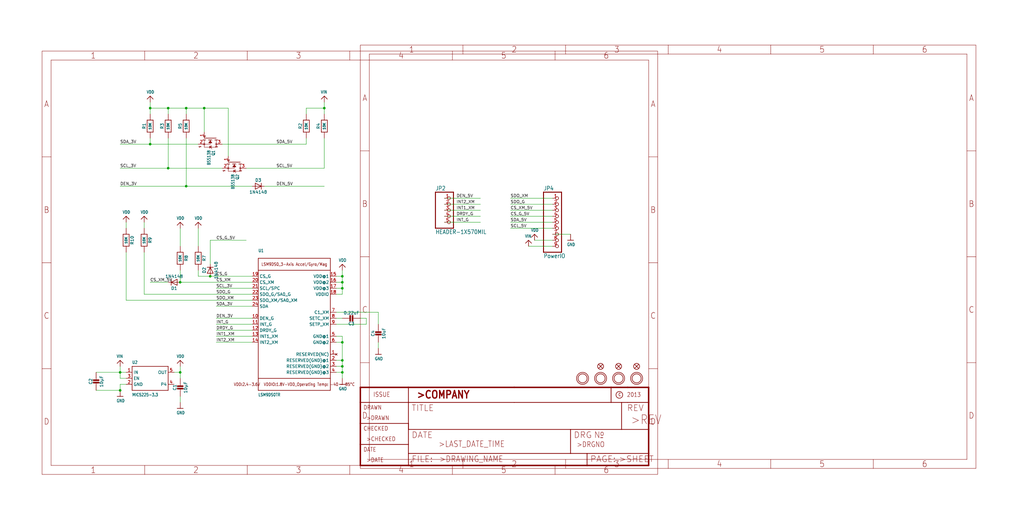
<source format=kicad_sch>
(kicad_sch (version 20211123) (generator eeschema)
  (paper "User" 433.07 220.421)
  (lib_symbols
    (symbol "schematicEagle-eagle-import:CAP_CERAMIC0805-NOOUTLINE"
      (property "Reference" "C" (at -2.29 1.25 90))
      (property "Value" "CAP_CERAMIC0805-NOOUTLINE" (at 2.3 1.25 90))
      (symbol "CAP_CERAMIC0805-NOOUTLINE_1_0"
        (rectangle (start -1.27 0.508) (end 1.27 1.016) (fill (type outline)))
        (rectangle (start -1.27 1.524) (end 1.27 2.032) (fill (type outline)))
        (polyline (pts (xy 0 0.762) (xy 0 0)) (stroke (width 0.1524)))
        (polyline (pts (xy 0 2.54) (xy 0 1.778)) (stroke (width 0.1524)))
        (pin passive line (at 0 5.08 270) (length 2.54) (name "1") (number "1"))
        (pin passive line (at 0 -2.54 90) (length 2.54) (name "2") (number "2"))
      )
    )
    (symbol "schematicEagle-eagle-import:DIODESOD-323"
      (property "Reference" "D" (at 0 2.54 0))
      (property "Value" "DIODESOD-323" (at 0 -2.5 0))
      (symbol "DIODESOD-323_1_0"
        (polyline (pts (xy -1.27 -1.27) (xy 1.27 0)) (stroke (width 0.254)))
        (polyline (pts (xy -1.27 1.27) (xy -1.27 -1.27)) (stroke (width 0.254)))
        (polyline (pts (xy 1.27 0) (xy -1.27 1.27)) (stroke (width 0.254)))
        (polyline (pts (xy 1.27 0) (xy 1.27 -1.27)) (stroke (width 0.254)))
        (polyline (pts (xy 1.27 1.27) (xy 1.27 0)) (stroke (width 0.254)))
        (pin passive line (at -2.54 0 0) (length 2.54) (name "A") (number "A"))
        (pin passive line (at 2.54 0 180) (length 2.54) (name "C") (number "C"))
      )
    )
    (symbol "schematicEagle-eagle-import:FIDUCIAL{dblquote}{dblquote}"
      (symbol "FIDUCIAL{dblquote}{dblquote}_1_0"
        (polyline (pts (xy -0.762 0.762) (xy 0.762 -0.762)) (stroke (width 0.254)))
        (polyline (pts (xy 0.762 0.762) (xy -0.762 -0.762)) (stroke (width 0.254)))
        (circle (center 0 0) (radius 1.27) (stroke (width 0.254)))
      )
    )
    (symbol "schematicEagle-eagle-import:FRAME_A4"
      (symbol "FRAME_A4_0_0"
        (polyline (pts (xy 0 44.7675) (xy 3.81 44.7675)))
        (polyline (pts (xy 0 89.535) (xy 3.81 89.535)))
        (polyline (pts (xy 0 134.3025) (xy 3.81 134.3025)))
        (polyline (pts (xy 3.81 3.81) (xy 3.81 175.26)))
        (polyline (pts (xy 43.3917 0) (xy 43.3917 3.81)))
        (polyline (pts (xy 43.3917 175.26) (xy 43.3917 179.07)))
        (polyline (pts (xy 86.7833 0) (xy 86.7833 3.81)))
        (polyline (pts (xy 86.7833 175.26) (xy 86.7833 179.07)))
        (polyline (pts (xy 130.175 0) (xy 130.175 3.81)))
        (polyline (pts (xy 130.175 175.26) (xy 130.175 179.07)))
        (polyline (pts (xy 173.5667 0) (xy 173.5667 3.81)))
        (polyline (pts (xy 173.5667 175.26) (xy 173.5667 179.07)))
        (polyline (pts (xy 216.9583 0) (xy 216.9583 3.81)))
        (polyline (pts (xy 216.9583 175.26) (xy 216.9583 179.07)))
        (polyline (pts (xy 256.54 3.81) (xy 3.81 3.81)))
        (polyline (pts (xy 256.54 3.81) (xy 256.54 175.26)))
        (polyline (pts (xy 256.54 44.7675) (xy 260.35 44.7675)))
        (polyline (pts (xy 256.54 89.535) (xy 260.35 89.535)))
        (polyline (pts (xy 256.54 134.3025) (xy 260.35 134.3025)))
        (polyline (pts (xy 256.54 175.26) (xy 3.81 175.26)))
        (polyline (pts (xy 0 0) (xy 260.35 0) (xy 260.35 179.07) (xy 0 179.07) (xy 0 0)))
        (text "1" (at 21.6958 1.905 0) (effects (font (size 2.54 2.286))))
        (text "1" (at 21.6958 177.165 0) (effects (font (size 2.54 2.286))))
        (text "2" (at 65.0875 1.905 0) (effects (font (size 2.54 2.286))))
        (text "2" (at 65.0875 177.165 0) (effects (font (size 2.54 2.286))))
        (text "3" (at 108.4792 1.905 0) (effects (font (size 2.54 2.286))))
        (text "3" (at 108.4792 177.165 0) (effects (font (size 2.54 2.286))))
        (text "4" (at 151.8708 1.905 0) (effects (font (size 2.54 2.286))))
        (text "4" (at 151.8708 177.165 0) (effects (font (size 2.54 2.286))))
        (text "5" (at 195.2625 1.905 0) (effects (font (size 2.54 2.286))))
        (text "5" (at 195.2625 177.165 0) (effects (font (size 2.54 2.286))))
        (text "6" (at 238.6542 1.905 0) (effects (font (size 2.54 2.286))))
        (text "6" (at 238.6542 177.165 0) (effects (font (size 2.54 2.286))))
        (text "A" (at 1.905 156.6863 0) (effects (font (size 2.54 2.286))))
        (text "A" (at 258.445 156.6863 0) (effects (font (size 2.54 2.286))))
        (text "B" (at 1.905 111.9188 0) (effects (font (size 2.54 2.286))))
        (text "B" (at 258.445 111.9188 0) (effects (font (size 2.54 2.286))))
        (text "C" (at 1.905 67.1513 0) (effects (font (size 2.54 2.286))))
        (text "C" (at 258.445 67.1513 0) (effects (font (size 2.54 2.286))))
        (text "D" (at 1.905 22.3838 0) (effects (font (size 2.54 2.286))))
        (text "D" (at 258.445 22.3838 0) (effects (font (size 2.54 2.286))))
      )
      (symbol "FRAME_A4_1_0"
        (polyline (pts (xy 256.54 3.81) (xy 256.54 8.89)) (stroke (width 0.1016)))
        (polyline (pts (xy 256.54 8.89) (xy 256.54 13.97)) (stroke (width 0.1016)))
        (polyline (pts (xy 256.54 13.97) (xy 256.54 19.05)) (stroke (width 0.1016)))
        (polyline (pts (xy 256.54 19.05) (xy 256.54 36.83)) (stroke (width 0.1016)))
      )
      (symbol "FRAME_A4_2_0"
        (polyline (pts (xy 1.27 -6.35) (xy 1.27 0)) (stroke (width 0.1016)))
        (polyline (pts (xy 1.27 0) (xy 82.55 0)) (stroke (width 0.1016)))
        (polyline (pts (xy 82.55 -6.35) (xy 1.27 -6.35)) (stroke (width 0.1016)))
        (polyline (pts (xy 82.55 0) (xy 82.55 -6.35)) (stroke (width 0.1016)))
        (text "PART OR WHOLE IS STRICTLY PROHIBITED WITHOUT WRITTEN PERMISSION!" (at 3.81 -5.08 0) (effects (font (size 1.27 1.0795)) (justify left bottom)))
        (text "PROPRIETARY" (at 3.81 -10.16 0) (effects (font (size 2.54 2.159) (thickness 0.4318) bold) (justify left bottom)))
        (text "THIS DRAWING CONTAINS CONFIDENTIAL INFORMATION. ANY REPRODUCTION IN" (at 3.81 -2.794 0) (effects (font (size 1.27 1.0795)) (justify left bottom)))
      )
      (symbol "FRAME_A4_3_0"
        (polyline (pts (xy 0 1.27) (xy 20.32 1.27)) (stroke (width 0.6096)))
        (polyline (pts (xy 0 10.16) (xy 0 1.27)) (stroke (width 0.6096)))
        (polyline (pts (xy 0 10.16) (xy 20.32 10.16)) (stroke (width 0.3048)))
        (polyline (pts (xy 0 19.05) (xy 0 10.16)) (stroke (width 0.6096)))
        (polyline (pts (xy 0 19.05) (xy 20.32 19.05)) (stroke (width 0.3048)))
        (polyline (pts (xy 0 27.94) (xy 0 19.05)) (stroke (width 0.6096)))
        (polyline (pts (xy 0 27.94) (xy 20.32 27.94)) (stroke (width 0.3048)))
        (polyline (pts (xy 0 34.29) (xy 0 27.94)) (stroke (width 0.6096)))
        (polyline (pts (xy 20.32 1.27) (xy 20.32 6.35)) (stroke (width 0.3048)))
        (polyline (pts (xy 20.32 1.27) (xy 95.885 1.27)) (stroke (width 0.6096)))
        (polyline (pts (xy 20.32 6.35) (xy 20.32 10.16)) (stroke (width 0.3048)))
        (polyline (pts (xy 20.32 6.35) (xy 88.9 6.35)) (stroke (width 0.3048)))
        (polyline (pts (xy 20.32 10.16) (xy 20.32 19.05)) (stroke (width 0.3048)))
        (polyline (pts (xy 20.32 16.51) (xy 20.32 19.05)) (stroke (width 0.3048)))
        (polyline (pts (xy 20.32 19.05) (xy 20.32 27.94)) (stroke (width 0.3048)))
        (polyline (pts (xy 20.32 27.94) (xy 20.32 34.29)) (stroke (width 0.3048)))
        (polyline (pts (xy 20.32 27.94) (xy 65.0875 27.94)) (stroke (width 0.3048)))
        (polyline (pts (xy 20.32 34.29) (xy 0 34.29)) (stroke (width 0.6096)))
        (polyline (pts (xy 65.0875 27.94) (xy 106.045 27.94)) (stroke (width 0.3048)))
        (polyline (pts (xy 65.0875 34.29) (xy 20.32 34.29)) (stroke (width 0.6096)))
        (polyline (pts (xy 88.9 6.35) (xy 95.885 6.35)) (stroke (width 0.3048)))
        (polyline (pts (xy 88.9 16.51) (xy 20.32 16.51)) (stroke (width 0.3048)))
        (polyline (pts (xy 88.9 16.51) (xy 88.9 6.35)) (stroke (width 0.3048)))
        (polyline (pts (xy 95.885 1.27) (xy 121.92 1.27)) (stroke (width 0.6096)))
        (polyline (pts (xy 95.885 6.35) (xy 95.885 1.27)) (stroke (width 0.3048)))
        (polyline (pts (xy 95.885 6.35) (xy 121.92 6.35)) (stroke (width 0.3048)))
        (polyline (pts (xy 101.6 13.0175) (xy 102.5525 13.0175)) (stroke (width 0.254)))
        (polyline (pts (xy 106.045 27.94) (xy 106.045 34.29)) (stroke (width 0.3048)))
        (polyline (pts (xy 106.045 27.94) (xy 110.49 27.94)) (stroke (width 0.3048)))
        (polyline (pts (xy 106.045 34.29) (xy 65.0875 34.29)) (stroke (width 0.6096)))
        (polyline (pts (xy 110.49 16.51) (xy 88.9 16.51)) (stroke (width 0.3048)))
        (polyline (pts (xy 110.49 27.94) (xy 110.49 16.51)) (stroke (width 0.3048)))
        (polyline (pts (xy 110.49 27.94) (xy 113.03 27.94)) (stroke (width 0.3048)))
        (polyline (pts (xy 113.03 27.94) (xy 121.92 27.94)) (stroke (width 0.3048)))
        (polyline (pts (xy 113.03 34.29) (xy 106.045 34.29)) (stroke (width 0.6096)))
        (polyline (pts (xy 121.92 6.35) (xy 121.92 1.27)) (stroke (width 0.6096)))
        (polyline (pts (xy 121.92 16.51) (xy 110.49 16.51)) (stroke (width 0.3048)))
        (polyline (pts (xy 121.92 16.51) (xy 121.92 6.35)) (stroke (width 0.6096)))
        (polyline (pts (xy 121.92 27.94) (xy 121.92 16.51)) (stroke (width 0.6096)))
        (polyline (pts (xy 121.92 34.29) (xy 113.03 34.29)) (stroke (width 0.6096)))
        (polyline (pts (xy 121.92 34.29) (xy 121.92 27.94)) (stroke (width 0.6096)))
        (circle (center 109.5375 31.115) (radius 1.4199) (stroke (width 0.254)))
        (text "2013" (at 112.7125 30.1625 0) (effects (font (size 1.778 1.5113)) (justify left bottom)))
        (text ">CHECKED" (at 2.54 11.43 0) (effects (font (size 1.778 1.5113)) (justify left bottom)))
        (text ">COMPANY" (at 23.6538 29.3687 0) (effects (font (size 3.175 2.6987) (thickness 0.5397) bold) (justify left bottom)))
        (text ">DATE" (at 2.54 2.54 0) (effects (font (size 1.778 1.5113)) (justify left bottom)))
        (text ">DRAWING_NAME" (at 33.3375 2.54 0) (effects (font (size 2.54 2.159)) (justify left bottom)))
        (text ">DRAWN" (at 2.54 20.32 0) (effects (font (size 1.778 1.5113)) (justify left bottom)))
        (text ">DRGNO" (at 91.44 8.89 0) (effects (font (size 2.1844 1.8567)) (justify left bottom)))
        (text ">LAST_DATE_TIME" (at 33.02 8.89 0) (effects (font (size 2.54 2.159)) (justify left bottom)))
        (text ">REV" (at 114.3 18.415 0) (effects (font (size 3.81 3.2385)) (justify left bottom)))
        (text ">SHEET" (at 109.22 2.54 0) (effects (font (size 2.54 2.54)) (justify left bottom)))
        (text "C" (at 109.0612 30.48 0) (effects (font (size 1.27 1.0795)) (justify left bottom)))
        (text "CHECKED" (at 1.27 15.875 0) (effects (font (size 1.778 1.5113)) (justify left bottom)))
        (text "DATE" (at 1.27 6.985 0) (effects (font (size 1.778 1.5113)) (justify left bottom)))
        (text "DATE" (at 21.59 12.7 0) (effects (font (size 2.54 2.54)) (justify left bottom)))
        (text "DRAWN" (at 1.27 24.765 0) (effects (font (size 1.778 1.5113)) (justify left bottom)))
        (text "DRG" (at 90.17 12.7 0) (effects (font (size 2.54 2.54)) (justify left bottom)))
        (text "FILE:" (at 21.59 2.54 0) (effects (font (size 2.54 2.54)) (justify left bottom)))
        (text "ISSUE" (at 5.3975 30.1625 0) (effects (font (size 1.9304 1.6408)) (justify left bottom)))
        (text "N" (at 98.7425 12.7 0) (effects (font (size 2.54 2.54)) (justify left bottom)))
        (text "o" (at 101.2825 13.6525 0) (effects (font (size 2.1844 1.8567)) (justify left bottom)))
        (text "PAGE:" (at 97.155 2.54 0) (effects (font (size 2.54 2.54)) (justify left bottom)))
        (text "REV" (at 112.7125 24.13 0) (effects (font (size 2.54 2.54)) (justify left bottom)))
        (text "TITLE" (at 21.59 24.13 0) (effects (font (size 2.54 2.54)) (justify left bottom)))
      )
    )
    (symbol "schematicEagle-eagle-import:GND" (power)
      (property "Value" "GND" (at -1.524 -2.54 0))
      (symbol "GND_1_0"
        (polyline (pts (xy -1.27 0) (xy 1.27 0)) (stroke (width 0.254)))
        (pin power_in line (at 0 2.54 270) (length 2.54) (name "GND") (number "1"))
      )
    )
    (symbol "schematicEagle-eagle-import:HEADER-1X570MIL"
      (property "Reference" "JP" (at -6.35 8.255 0))
      (property "Value" "HEADER-1X570MIL" (at -6.35 -10.16 0))
      (symbol "HEADER-1X570MIL_1_0"
        (polyline (pts (xy -6.35 -7.62) (xy 1.27 -7.62)) (stroke (width 0.4064)))
        (polyline (pts (xy -6.35 7.62) (xy -6.35 -7.62)) (stroke (width 0.4064)))
        (polyline (pts (xy 1.27 -7.62) (xy 1.27 7.62)) (stroke (width 0.4064)))
        (polyline (pts (xy 1.27 7.62) (xy -6.35 7.62)) (stroke (width 0.4064)))
        (pin passive inverted (at -2.54 5.08 0) (length 2.54) (name "1") (number "1"))
        (pin passive inverted (at -2.54 2.54 0) (length 2.54) (name "2") (number "2"))
        (pin passive inverted (at -2.54 0 0) (length 2.54) (name "3") (number "3"))
        (pin passive inverted (at -2.54 -2.54 0) (length 2.54) (name "4") (number "4"))
        (pin passive inverted (at -2.54 -5.08 0) (length 2.54) (name "5") (number "5"))
      )
    )
    (symbol "schematicEagle-eagle-import:HEADER-1X970MIL"
      (property "Reference" "JP" (at -6.35 13.335 0))
      (property "Value" "HEADER-1X970MIL" (at -6.35 -15.24 0))
      (symbol "HEADER-1X970MIL_1_0"
        (polyline (pts (xy -6.35 -12.7) (xy 1.27 -12.7)) (stroke (width 0.4064)))
        (polyline (pts (xy -6.35 12.7) (xy -6.35 -12.7)) (stroke (width 0.4064)))
        (polyline (pts (xy 1.27 -12.7) (xy 1.27 12.7)) (stroke (width 0.4064)))
        (polyline (pts (xy 1.27 12.7) (xy -6.35 12.7)) (stroke (width 0.4064)))
        (pin passive inverted (at -2.54 10.16 0) (length 2.54) (name "1") (number "1"))
        (pin passive inverted (at -2.54 7.62 0) (length 2.54) (name "2") (number "2"))
        (pin passive inverted (at -2.54 5.08 0) (length 2.54) (name "3") (number "3"))
        (pin passive inverted (at -2.54 2.54 0) (length 2.54) (name "4") (number "4"))
        (pin passive inverted (at -2.54 0 0) (length 2.54) (name "5") (number "5"))
        (pin passive inverted (at -2.54 -2.54 0) (length 2.54) (name "6") (number "6"))
        (pin passive inverted (at -2.54 -5.08 0) (length 2.54) (name "7") (number "7"))
        (pin passive inverted (at -2.54 -7.62 0) (length 2.54) (name "8") (number "8"))
        (pin passive inverted (at -2.54 -10.16 0) (length 2.54) (name "9") (number "9"))
      )
    )
    (symbol "schematicEagle-eagle-import:LSM9DS0"
      (property "Reference" "U" (at -15.24 25.4 0))
      (property "Value" "LSM9DS0" (at -15.24 -35.56 0))
      (symbol "LSM9DS0_1_0"
        (polyline (pts (xy -15.24 -33.02) (xy 15.24 -33.02)) (stroke (width 0.254)))
        (polyline (pts (xy -15.24 -27.94) (xy -15.24 -33.02)) (stroke (width 0.254)))
        (polyline (pts (xy -15.24 -27.94) (xy -15.24 17.78)) (stroke (width 0.254)))
        (polyline (pts (xy -15.24 17.78) (xy -15.24 22.86)) (stroke (width 0.254)))
        (polyline (pts (xy -15.24 17.78) (xy 15.24 17.78)) (stroke (width 0.254)))
        (polyline (pts (xy -15.24 22.86) (xy 15.24 22.86)) (stroke (width 0.254)))
        (polyline (pts (xy 15.24 -33.02) (xy 15.24 -27.94)) (stroke (width 0.254)))
        (polyline (pts (xy 15.24 -27.94) (xy -15.24 -27.94)) (stroke (width 0.254)))
        (polyline (pts (xy 15.24 17.78) (xy 15.24 -27.94)) (stroke (width 0.254)))
        (polyline (pts (xy 15.24 22.86) (xy 15.24 17.78)) (stroke (width 0.254)))
        (text "LSM9DS0_3-Axis Accel/Gyro/Mag" (at 0 20.32 0) (effects (font (size 1.27 1.0795))))
        (text "VDD:2.4-3.6V  VDDIO:1.8V-VDD_Operating Temp: -40 - 85°C" (at 0 -30.48 0) (effects (font (size 1.27 1.0795))))
        (pin no_connect line (at 17.78 -17.78 180) (length 2.54) (name "RESERVED(NC)") (number "1"))
        (pin bidirectional line (at -17.78 -2.54 0) (length 2.54) (name "DEN_G") (number "10"))
        (pin bidirectional line (at -17.78 -5.08 0) (length 2.54) (name "INT_G") (number "11"))
        (pin bidirectional line (at -17.78 -7.62 0) (length 2.54) (name "DRDY_G") (number "12"))
        (pin bidirectional line (at -17.78 -10.16 0) (length 2.54) (name "INT1_XM") (number "13"))
        (pin bidirectional line (at -17.78 -12.7 0) (length 2.54) (name "INT2_XM") (number "14"))
        (pin power_in line (at 17.78 15.24 180) (length 2.54) (name "VDD@1") (number "15"))
        (pin power_in line (at 17.78 12.7 180) (length 2.54) (name "VDD@2") (number "16"))
        (pin power_in line (at 17.78 10.16 180) (length 2.54) (name "VDD@3") (number "17"))
        (pin power_in line (at 17.78 7.62 180) (length 2.54) (name "VDDIO") (number "18"))
        (pin bidirectional line (at -17.78 15.24 0) (length 2.54) (name "CS_G") (number "19"))
        (pin power_in line (at 17.78 -20.32 180) (length 2.54) (name "RESERVED(GND)@1") (number "2"))
        (pin bidirectional line (at -17.78 12.7 0) (length 2.54) (name "CS_XM") (number "20"))
        (pin bidirectional line (at -17.78 10.16 0) (length 2.54) (name "SCL/SPC") (number "21"))
        (pin bidirectional line (at -17.78 7.62 0) (length 2.54) (name "SDO_G/SA0_G") (number "22"))
        (pin bidirectional line (at -17.78 5.08 0) (length 2.54) (name "SDO_XM/SA0_XM") (number "23"))
        (pin bidirectional line (at -17.78 2.54 0) (length 2.54) (name "SDA") (number "24"))
        (pin power_in line (at 17.78 -22.86 180) (length 2.54) (name "RESERVED(GND)@2") (number "3"))
        (pin power_in line (at 17.78 -25.4 180) (length 2.54) (name "RESERVED(GND)@3") (number "4"))
        (pin power_in line (at 17.78 -10.16 180) (length 2.54) (name "GND@1") (number "5"))
        (pin power_in line (at 17.78 -12.7 180) (length 2.54) (name "GND@2") (number "6"))
        (pin bidirectional line (at 17.78 0 180) (length 2.54) (name "C1_XM") (number "7"))
        (pin bidirectional line (at 17.78 -2.54 180) (length 2.54) (name "SETC_XM") (number "8"))
        (pin bidirectional line (at 17.78 -5.08 180) (length 2.54) (name "SETP_XM") (number "9"))
      )
    )
    (symbol "schematicEagle-eagle-import:MOSFET-NWIDE"
      (property "Reference" "Q" (at 5.08 0.635 0))
      (property "Value" "MOSFET-NWIDE" (at 5.08 -1.27 0))
      (symbol "MOSFET-NWIDE_1_0"
        (polyline (pts (xy 0 2.54) (xy 0 -2.54)) (stroke (width 0.254)))
        (polyline (pts (xy 0.762 -2.54) (xy 0.762 -3.175)) (stroke (width 0.254)))
        (polyline (pts (xy 0.762 -1.905) (xy 0.762 -2.54)) (stroke (width 0.254)))
        (polyline (pts (xy 0.762 0) (xy 0.762 -0.762)) (stroke (width 0.254)))
        (polyline (pts (xy 0.762 0) (xy 2.54 0)) (stroke (width 0.1524)))
        (polyline (pts (xy 0.762 0.762) (xy 0.762 0)) (stroke (width 0.254)))
        (polyline (pts (xy 0.762 2.54) (xy 0.762 1.905)) (stroke (width 0.254)))
        (polyline (pts (xy 0.762 2.54) (xy 3.81 2.54)) (stroke (width 0.1524)))
        (polyline (pts (xy 0.762 3.175) (xy 0.762 2.54)) (stroke (width 0.254)))
        (polyline (pts (xy 2.54 -2.54) (xy 0.762 -2.54)) (stroke (width 0.1524)))
        (polyline (pts (xy 2.54 -2.54) (xy 3.81 -2.54)) (stroke (width 0.1524)))
        (polyline (pts (xy 2.54 0) (xy 2.54 -2.54)) (stroke (width 0.1524)))
        (polyline (pts (xy 3.302 0.508) (xy 3.048 0.254)) (stroke (width 0.1524)))
        (polyline (pts (xy 3.81 0.508) (xy 3.302 0.508)) (stroke (width 0.1524)))
        (polyline (pts (xy 3.81 0.508) (xy 3.81 -2.54)) (stroke (width 0.1524)))
        (polyline (pts (xy 3.81 2.54) (xy 3.81 0.508)) (stroke (width 0.1524)))
        (polyline (pts (xy 4.318 0.508) (xy 3.81 0.508)) (stroke (width 0.1524)))
        (polyline (pts (xy 4.572 0.762) (xy 4.318 0.508)) (stroke (width 0.1524)))
        (polyline (pts (xy 1.016 0) (xy 2.032 0.762) (xy 2.032 -0.762)) (fill (type outline)))
        (polyline (pts (xy 3.81 0.508) (xy 3.302 -0.254) (xy 4.318 -0.254)) (fill (type outline)))
        (circle (center 2.54 -2.54) (radius 0.3592))
        (circle (center 2.54 2.54) (radius 0.3592))
        (text "D" (at 3.175 3.175 0) (effects (font (size 0.8128 0.6908)) (justify left bottom)))
        (text "G" (at -1.27 -1.905 0) (effects (font (size 0.8128 0.6908)) (justify left bottom)))
        (text "S" (at 3.175 -3.81 0) (effects (font (size 0.8128 0.6908)) (justify left bottom)))
        (pin bidirectional line (at -2.54 -2.54 0) (length 2.54) (name "G") (number "1"))
        (pin bidirectional line (at 2.54 -5.08 90) (length 2.54) (name "S") (number "2"))
        (pin bidirectional line (at 2.54 5.08 270) (length 2.54) (name "D") (number "3"))
      )
    )
    (symbol "schematicEagle-eagle-import:MOUNTINGHOLE2.5"
      (symbol "MOUNTINGHOLE2.5_1_0"
        (circle (center 0 0) (radius 1.905) (stroke (width 0.254)))
        (circle (center 0 0) (radius 2.54) (stroke (width 0.254)))
      )
    )
    (symbol "schematicEagle-eagle-import:RESISTOR0805_NOOUTLINE"
      (property "Reference" "R" (at 0 2.54 0))
      (property "Value" "RESISTOR0805_NOOUTLINE" (at 0 0 0))
      (symbol "RESISTOR0805_NOOUTLINE_1_0"
        (polyline (pts (xy -2.54 -1.27) (xy -2.54 1.27)) (stroke (width 0.254)))
        (polyline (pts (xy -2.54 1.27) (xy 2.54 1.27)) (stroke (width 0.254)))
        (polyline (pts (xy 2.54 -1.27) (xy -2.54 -1.27)) (stroke (width 0.254)))
        (polyline (pts (xy 2.54 1.27) (xy 2.54 -1.27)) (stroke (width 0.254)))
        (pin passive line (at -5.08 0 0) (length 2.54) (name "1") (number "1"))
        (pin passive line (at 5.08 0 180) (length 2.54) (name "2") (number "2"))
      )
    )
    (symbol "schematicEagle-eagle-import:RESISTOR_0805MP"
      (property "Reference" "R" (at 0 2.54 0))
      (property "Value" "RESISTOR_0805MP" (at 0 0 0))
      (symbol "RESISTOR_0805MP_1_0"
        (polyline (pts (xy -2.54 -1.27) (xy -2.54 1.27)) (stroke (width 0.254)))
        (polyline (pts (xy -2.54 1.27) (xy 2.54 1.27)) (stroke (width 0.254)))
        (polyline (pts (xy 2.54 -1.27) (xy -2.54 -1.27)) (stroke (width 0.254)))
        (polyline (pts (xy 2.54 1.27) (xy 2.54 -1.27)) (stroke (width 0.254)))
        (pin passive line (at -5.08 0 0) (length 2.54) (name "1") (number "1"))
        (pin passive line (at 5.08 0 180) (length 2.54) (name "2") (number "2"))
      )
    )
    (symbol "schematicEagle-eagle-import:VDD" (power)
      (property "Value" "VDD" (at -1.524 1.016 0))
      (symbol "VDD_1_0"
        (polyline (pts (xy -1.27 -1.27) (xy 0 0)) (stroke (width 0.254)))
        (polyline (pts (xy 0 0) (xy 1.27 -1.27)) (stroke (width 0.254)))
        (pin power_in line (at 0 -2.54 90) (length 2.54) (name "VDD") (number "1"))
      )
    )
    (symbol "schematicEagle-eagle-import:VIN" (power)
      (property "Value" "VIN" (at -1.524 1.016 0))
      (symbol "VIN_1_0"
        (polyline (pts (xy -1.27 -1.27) (xy 0 0)) (stroke (width 0.254)))
        (polyline (pts (xy 0 0) (xy 1.27 -1.27)) (stroke (width 0.254)))
        (pin power_in line (at 0 -2.54 90) (length 2.54) (name "VIN") (number "1"))
      )
    )
    (symbol "schematicEagle-eagle-import:VREG_SOT23-5"
      (property "Reference" "U" (at -7.62 6.096 0))
      (property "Value" "VREG_SOT23-5" (at -7.62 -7.62 0))
      (symbol "VREG_SOT23-5_1_0"
        (polyline (pts (xy -7.62 -5.08) (xy -7.62 5.08)) (stroke (width 0.254)))
        (polyline (pts (xy -7.62 5.08) (xy 7.62 5.08)) (stroke (width 0.254)))
        (polyline (pts (xy 7.62 -5.08) (xy -7.62 -5.08)) (stroke (width 0.254)))
        (polyline (pts (xy 7.62 5.08) (xy 7.62 -5.08)) (stroke (width 0.254)))
        (pin power_in line (at -10.16 2.54 0) (length 2.54) (name "IN") (number "1"))
        (pin power_in line (at -10.16 -2.54 0) (length 2.54) (name "GND") (number "2"))
        (pin input line (at -10.16 0 0) (length 2.54) (name "EN") (number "3"))
        (pin bidirectional line (at 10.16 -2.54 180) (length 2.54) (name "P4") (number "4"))
        (pin power_in line (at 10.16 2.54 180) (length 2.54) (name "OUT") (number "5"))
      )
    )
  )
  (junction (at 71.12 45.72))
  (junction (at 144.78 157.48))
  (junction (at 144.78 116.84))
  (junction (at 76.2 119.38))
  (junction (at 78.74 78.74))
  (junction (at 137.16 45.72))
  (junction (at 78.74 45.72))
  (junction (at 144.78 119.38))
  (junction (at 50.8 157.48))
  (junction (at 63.5 60.96))
  (junction (at 88.9 116.84))
  (junction (at 144.78 152.4))
  (junction (at 144.78 144.78))
  (junction (at 144.78 121.92))
  (junction (at 71.12 71.12))
  (junction (at 144.78 154.94))
  (junction (at 76.2 157.48))
  (junction (at 86.36 45.72))
  (junction (at 63.5 45.72))
  (junction (at 50.8 165.1))
  (wire (pts (xy 144.78 124.46) (xy 144.78 121.92)))
  (wire (pts (xy 76.2 119.38) (xy 76.2 114.3)))
  (wire (pts (xy 144.78 119.38) (xy 144.78 116.84)))
  (wire (pts (xy 215.9 88.9) (xy 233.68 88.9)))
  (wire (pts (xy 76.2 157.48) (xy 76.2 154.94)))
  (wire (pts (xy 142.24 142.24) (xy 144.78 142.24)))
  (wire (pts (xy 71.12 71.12) (xy 50.8 71.12)))
  (wire (pts (xy 106.68 116.84) (xy 88.9 116.84)))
  (wire (pts (xy 144.78 154.94) (xy 144.78 157.48)))
  (wire (pts (xy 71.12 48.26) (xy 71.12 45.72)))
  (wire (pts (xy 106.68 121.92) (xy 91.44 121.92)))
  (wire (pts (xy 50.8 162.56) (xy 50.8 165.1)))
  (wire (pts (xy 142.24 134.62) (xy 144.78 134.62)))
  (wire (pts (xy 142.24 154.94) (xy 144.78 154.94)))
  (wire (pts (xy 106.68 142.24) (xy 91.44 142.24)))
  (wire (pts (xy 187.96 83.82) (xy 203.2 83.82)))
  (wire (pts (xy 53.34 96.52) (xy 53.34 93.98)))
  (wire (pts (xy 203.2 86.36) (xy 187.96 86.36)))
  (wire (pts (xy 53.34 162.56) (xy 50.8 162.56)))
  (wire (pts (xy 93.98 71.12) (xy 71.12 71.12)))
  (wire (pts (xy 226.06 101.6) (xy 233.68 101.6)))
  (wire (pts (xy 142.24 119.38) (xy 144.78 119.38)))
  (wire (pts (xy 106.68 144.78) (xy 91.44 144.78)))
  (wire (pts (xy 73.66 157.48) (xy 76.2 157.48)))
  (wire (pts (xy 78.74 45.72) (xy 71.12 45.72)))
  (wire (pts (xy 142.24 116.84) (xy 144.78 116.84)))
  (wire (pts (xy 60.96 124.46) (xy 60.96 106.68)))
  (wire (pts (xy 71.12 119.38) (xy 63.5 119.38)))
  (wire (pts (xy 203.2 93.98) (xy 187.96 93.98)))
  (wire (pts (xy 60.96 96.52) (xy 60.96 93.98)))
  (wire (pts (xy 106.68 137.16) (xy 91.44 137.16)))
  (wire (pts (xy 160.02 132.08) (xy 160.02 137.16)))
  (wire (pts (xy 76.2 104.14) (xy 76.2 96.52)))
  (wire (pts (xy 63.5 48.26) (xy 63.5 45.72)))
  (wire (pts (xy 142.24 157.48) (xy 144.78 157.48)))
  (wire (pts (xy 203.2 91.44) (xy 187.96 91.44)))
  (wire (pts (xy 144.78 142.24) (xy 144.78 144.78)))
  (wire (pts (xy 142.24 124.46) (xy 144.78 124.46)))
  (wire (pts (xy 233.68 93.98) (xy 215.9 93.98)))
  (wire (pts (xy 233.68 83.82) (xy 215.9 83.82)))
  (wire (pts (xy 233.68 86.36) (xy 215.9 86.36)))
  (wire (pts (xy 154.94 134.62) (xy 152.4 134.62)))
  (wire (pts (xy 129.54 45.72) (xy 137.16 45.72)))
  (wire (pts (xy 78.74 78.74) (xy 50.8 78.74)))
  (wire (pts (xy 142.24 137.16) (xy 154.94 137.16)))
  (wire (pts (xy 76.2 167.64) (xy 76.2 170.18)))
  (wire (pts (xy 71.12 45.72) (xy 63.5 45.72)))
  (wire (pts (xy 76.2 157.48) (xy 76.2 160.02)))
  (wire (pts (xy 88.9 111.76) (xy 88.9 101.6)))
  (wire (pts (xy 83.82 116.84) (xy 83.82 114.3)))
  (wire (pts (xy 137.16 71.12) (xy 137.16 58.42)))
  (wire (pts (xy 63.5 60.96) (xy 50.8 60.96)))
  (wire (pts (xy 129.54 48.26) (xy 129.54 45.72)))
  (wire (pts (xy 203.2 88.9) (xy 187.96 88.9)))
  (wire (pts (xy 63.5 58.42) (xy 63.5 60.96)))
  (wire (pts (xy 63.5 45.72) (xy 63.5 43.18)))
  (wire (pts (xy 144.78 121.92) (xy 144.78 119.38)))
  (wire (pts (xy 50.8 157.48) (xy 50.8 154.94)))
  (wire (pts (xy 144.78 144.78) (xy 144.78 152.4)))
  (wire (pts (xy 106.68 78.74) (xy 78.74 78.74)))
  (wire (pts (xy 233.68 96.52) (xy 215.9 96.52)))
  (wire (pts (xy 78.74 78.74) (xy 78.74 58.42)))
  (wire (pts (xy 106.68 124.46) (xy 60.96 124.46)))
  (wire (pts (xy 83.82 104.14) (xy 83.82 96.52)))
  (wire (pts (xy 142.24 152.4) (xy 144.78 152.4)))
  (wire (pts (xy 86.36 45.72) (xy 78.74 45.72)))
  (wire (pts (xy 154.94 137.16) (xy 154.94 134.62)))
  (wire (pts (xy 88.9 116.84) (xy 83.82 116.84)))
  (wire (pts (xy 142.24 121.92) (xy 144.78 121.92)))
  (wire (pts (xy 40.64 157.48) (xy 50.8 157.48)))
  (wire (pts (xy 144.78 157.48) (xy 144.78 160.02)))
  (wire (pts (xy 104.14 71.12) (xy 137.16 71.12)))
  (wire (pts (xy 83.82 60.96) (xy 63.5 60.96)))
  (wire (pts (xy 160.02 144.78) (xy 160.02 147.32)))
  (wire (pts (xy 233.68 91.44) (xy 215.9 91.44)))
  (wire (pts (xy 137.16 48.26) (xy 137.16 45.72)))
  (wire (pts (xy 144.78 152.4) (xy 144.78 154.94)))
  (wire (pts (xy 93.98 60.96) (xy 129.54 60.96)))
  (wire (pts (xy 223.52 104.14) (xy 233.68 104.14)))
  (wire (pts (xy 50.8 160.02) (xy 50.8 157.48)))
  (wire (pts (xy 53.34 160.02) (xy 50.8 160.02)))
  (wire (pts (xy 78.74 45.72) (xy 78.74 48.26)))
  (wire (pts (xy 40.64 165.1) (xy 50.8 165.1)))
  (wire (pts (xy 129.54 60.96) (xy 129.54 58.42)))
  (wire (pts (xy 96.52 66.04) (xy 96.52 45.72)))
  (wire (pts (xy 106.68 119.38) (xy 76.2 119.38)))
  (wire (pts (xy 71.12 58.42) (xy 71.12 71.12)))
  (wire (pts (xy 137.16 45.72) (xy 137.16 43.18)))
  (wire (pts (xy 53.34 127) (xy 53.34 106.68)))
  (wire (pts (xy 106.68 134.62) (xy 91.44 134.62)))
  (wire (pts (xy 144.78 116.84) (xy 144.78 114.3)))
  (wire (pts (xy 86.36 55.88) (xy 86.36 45.72)))
  (wire (pts (xy 106.68 127) (xy 53.34 127)))
  (wire (pts (xy 142.24 132.08) (xy 160.02 132.08)))
  (wire (pts (xy 142.24 144.78) (xy 144.78 144.78)))
  (wire (pts (xy 233.68 99.06) (xy 241.3 99.06)))
  (wire (pts (xy 53.34 157.48) (xy 50.8 157.48)))
  (wire (pts (xy 106.68 139.7) (xy 91.44 139.7)))
  (wire (pts (xy 106.68 129.54) (xy 91.44 129.54)))
  (wire (pts (xy 96.52 45.72) (xy 86.36 45.72)))
  (wire (pts (xy 111.76 78.74) (xy 137.16 78.74)))
  (wire (pts (xy 88.9 101.6) (xy 104.14 101.6)))
  (label "SDA_5V" (at 116.84 60.96 0) (effects (font (size 1.2446 1.2446))))
  (label "INT_G" (at 91.44 137.16 0) (effects (font (size 1.2446 1.2446))))
  (label "CS_XM_5V" (at 215.9 88.9 0) (effects (font (size 1.2446 1.2446))))
  (label "SDO_G" (at 215.9 86.36 0) (effects (font (size 1.2446 1.2446))))
  (label "CS_XM_5V" (at 63.5 119.38 0) (effects (font (size 1.2446 1.2446))))
  (label "INT1_XM" (at 91.44 142.24 0) (effects (font (size 1.2446 1.2446))))
  (label "SDA_3V" (at 91.44 129.54 0) (effects (font (size 1.2446 1.2446))))
  (label "SDA_5V" (at 215.9 93.98 0) (effects (font (size 1.2446 1.2446))))
  (label "SDO_G" (at 91.44 124.46 0) (effects (font (size 1.2446 1.2446))))
  (label "INT1_XM" (at 193.04 88.9 0) (effects (font (size 1.2446 1.2446))))
  (label "CS_G" (at 91.44 116.84 0) (effects (font (size 1.2446 1.2446))))
  (label "INT2_XM" (at 91.44 144.78 0) (effects (font (size 1.2446 1.2446))))
  (label "SDA_3V" (at 50.8 60.96 0) (effects (font (size 1.2446 1.2446))))
  (label "DRDY_G" (at 193.04 91.44 0) (effects (font (size 1.2446 1.2446))))
  (label "DEN_5V" (at 193.04 83.82 0) (effects (font (size 1.2446 1.2446))))
  (label "CS_G_5V" (at 215.9 91.44 0) (effects (font (size 1.2446 1.2446))))
  (label "SCL_5V" (at 116.84 71.12 0) (effects (font (size 1.2446 1.2446))))
  (label "SDO_XM" (at 91.44 127 0) (effects (font (size 1.2446 1.2446))))
  (label "SDO_XM" (at 215.9 83.82 0) (effects (font (size 1.2446 1.2446))))
  (label "INT2_XM" (at 193.04 86.36 0) (effects (font (size 1.2446 1.2446))))
  (label "DEN_3V" (at 91.44 134.62 0) (effects (font (size 1.2446 1.2446))))
  (label "CS_G_5V" (at 91.44 101.6 0) (effects (font (size 1.2446 1.2446))))
  (label "SCL_3V" (at 50.8 71.12 0) (effects (font (size 1.2446 1.2446))))
  (label "DRDY_G" (at 91.44 139.7 0) (effects (font (size 1.2446 1.2446))))
  (label "SCL_3V" (at 91.44 121.92 0) (effects (font (size 1.2446 1.2446))))
  (label "CS_XM" (at 91.44 119.38 0) (effects (font (size 1.2446 1.2446))))
  (label "DEN_3V" (at 50.8 78.74 0) (effects (font (size 1.2446 1.2446))))
  (label "SCL_5V" (at 215.9 96.52 0) (effects (font (size 1.2446 1.2446))))
  (label "INT_G" (at 193.04 93.98 0) (effects (font (size 1.2446 1.2446))))
  (label "DEN_5V" (at 116.84 78.74 0) (effects (font (size 1.2446 1.2446))))
  (symbol (lib_id "schematicEagle-eagle-import:DIODESOD-323") (at 109.22 78.74 0) (unit 1)
    (property "Reference" "D3" (at 109.22 76.2 0))
    (property "Value" "1N4148" (at 109.22 81.24 0))
    (property "Footprint" "schematicEagle:SOD-323" (effects hide))
  )
  (symbol (lib_id "schematicEagle-eagle-import:MOUNTINGHOLE2.5") (at 269.24 160.02 0) (unit 1)
    (property "Reference" "U$4" (effects hide))
    (property "Value" "MOUNTINGHOLE2.5" (effects hide))
    (property "Footprint" "schematicEagle:MOUNTINGHOLE_2.5_PLATED" (effects hide))
  )
  (symbol (lib_id "schematicEagle-eagle-import:VDD") (at 83.82 93.98 0) (unit 1)
    (property "Reference" "#U$9" (effects hide))
    (property "Value" "VDD" (at 82.296 92.964 0) (effects (font (size 1.27 1.0795)) (justify left bottom)))
    (property "Footprint" "schematicEagle:" (effects hide))
  )
  (symbol (lib_id "schematicEagle-eagle-import:DIODESOD-323") (at 73.66 119.38 180) (unit 1)
    (property "Reference" "D1" (at 73.66 121.92 0))
    (property "Value" "1N4148" (at 73.66 116.88 0))
    (property "Footprint" "schematicEagle:SOD-323" (effects hide))
  )
  (symbol (lib_id "schematicEagle-eagle-import:FIDUCIAL{dblquote}{dblquote}") (at 269.24 154.94 0) (unit 1)
    (property "Reference" "FID1" (effects hide))
    (property "Value" "FIDUCIAL{dblquote}{dblquote}" (effects hide))
    (property "Footprint" "schematicEagle:FIDUCIAL_1MM" (effects hide))
  )
  (symbol (lib_id "schematicEagle-eagle-import:DIODESOD-323") (at 88.9 114.3 90) (unit 1)
    (property "Reference" "D2" (at 86.36 114.3 0))
    (property "Value" "1N4148" (at 91.4 114.3 0))
    (property "Footprint" "schematicEagle:SOD-323" (effects hide))
  )
  (symbol (lib_id "schematicEagle-eagle-import:GND") (at 144.78 162.56 0) (unit 1)
    (property "Reference" "#U$1" (effects hide))
    (property "Value" "GND" (at 143.256 165.1 0) (effects (font (size 1.27 1.0795)) (justify left bottom)))
    (property "Footprint" "schematicEagle:" (effects hide))
  )
  (symbol (lib_id "schematicEagle-eagle-import:LSM9DS0") (at 124.46 132.08 0) (unit 1)
    (property "Reference" "U1" (at 109.22 106.68 0) (effects (font (size 1.27 1.0795)) (justify left bottom)))
    (property "Value" "LSM9DS0TR" (at 109.22 167.64 0) (effects (font (size 1.27 1.0795)) (justify left bottom)))
    (property "Footprint" "schematicEagle:LGA24_4X4MM" (effects hide))
  )
  (symbol (lib_id "schematicEagle-eagle-import:CAP_CERAMIC0805-NOOUTLINE") (at 149.86 134.62 90) (unit 1)
    (property "Reference" "C3" (at 148.61 136.91 90))
    (property "Value" "0.22uF" (at 148.61 132.32 90))
    (property "Footprint" "schematicEagle:0805-NO" (effects hide))
  )
  (symbol (lib_id "schematicEagle-eagle-import:FIDUCIAL{dblquote}{dblquote}") (at 261.62 154.94 0) (unit 1)
    (property "Reference" "FID2" (effects hide))
    (property "Value" "FIDUCIAL{dblquote}{dblquote}" (effects hide))
    (property "Footprint" "schematicEagle:FIDUCIAL_1MM" (effects hide))
  )
  (symbol (lib_id "schematicEagle-eagle-import:RESISTOR0805_NOOUTLINE") (at 83.82 109.22 270) (unit 1)
    (property "Reference" "R7" (at 86.36 109.22 0))
    (property "Value" "10K" (at 83.82 109.22 0) (effects (font (size 1.016 1.016) bold)))
    (property "Footprint" "schematicEagle:0805-NO" (effects hide))
  )
  (symbol (lib_id "schematicEagle-eagle-import:FRAME_A4") (at 152.4 198.12 0) (unit 3)
    (property "Reference" "#FRAME1" (effects hide))
    (property "Value" "FRAME_A4" (effects hide))
    (property "Footprint" "schematicEagle:" (effects hide))
  )
  (symbol (lib_id "schematicEagle-eagle-import:MOSFET-NWIDE") (at 88.9 58.42 270) (unit 1)
    (property "Reference" "Q1" (at 89.535 63.5 0) (effects (font (size 1.27 1.0795)) (justify left bottom)))
    (property "Value" "BSS138" (at 87.63 63.5 0) (effects (font (size 1.27 1.0795)) (justify left bottom)))
    (property "Footprint" "schematicEagle:SOT23-WIDE" (effects hide))
  )
  (symbol (lib_id "schematicEagle-eagle-import:VDD") (at 53.34 91.44 0) (unit 1)
    (property "Reference" "#U$12" (effects hide))
    (property "Value" "VDD" (at 51.816 90.424 0) (effects (font (size 1.27 1.0795)) (justify left bottom)))
    (property "Footprint" "schematicEagle:" (effects hide))
  )
  (symbol (lib_id "schematicEagle-eagle-import:FIDUCIAL{dblquote}{dblquote}") (at 254 154.94 0) (unit 1)
    (property "Reference" "FID3" (effects hide))
    (property "Value" "FIDUCIAL{dblquote}{dblquote}" (effects hide))
    (property "Footprint" "schematicEagle:FIDUCIAL_1MM" (effects hide))
    (property "Value" "FIDUCIAL{dblquote}{dblquote}" (effects hide))
  )
  (symbol (lib_id "schematicEagle-eagle-import:VDD") (at 226.06 99.06 0) (unit 1)
    (property "Reference" "#U$26" (effects hide))
    (property "Value" "VDD" (at 224.536 98.044 0) (effects (font (size 1.27 1.0795)) (justify left bottom)))
    (property "Footprint" "schematicEagle:" (effects hide))
  )
  (symbol (lib_id "schematicEagle-eagle-import:CAP_CERAMIC0805-NOOUTLINE") (at 40.64 162.56 0) (unit 1)
    (property "Reference" "C2" (at 38.35 161.31 90))
    (property "Value" "10µF" (at 42.94 161.31 90))
    (property "Footprint" "schematicEagle:0805-NO" (effects hide))
  )
  (symbol (lib_id "schematicEagle-eagle-import:RESISTOR_0805MP") (at 137.16 53.34 90) (unit 1)
    (property "Reference" "R4" (at 134.62 53.34 0))
    (property "Value" "10K" (at 137.16 53.34 0) (effects (font (size 1.016 1.016) bold)))
    (property "Footprint" "schematicEagle:_0805MP" (effects hide))
  )
  (symbol (lib_id "schematicEagle-eagle-import:RESISTOR0805_NOOUTLINE") (at 129.54 53.34 90) (unit 1)
    (property "Reference" "R2" (at 127 53.34 0))
    (property "Value" "10K" (at 129.54 53.34 0) (effects (font (size 1.016 1.016) bold)))
    (property "Footprint" "schematicEagle:0805-NO" (effects hide))
  )
  (symbol (lib_id "schematicEagle-eagle-import:HEADER-1X970MIL") (at 236.22 93.98 0) (unit 1)
    (property "Reference" "JP4" (at 229.87 80.645 0) (effects (font (size 1.778 1.5113)) (justify left bottom)))
    (property "Value" "PowerIO" (at 229.87 109.22 0) (effects (font (size 1.778 1.5113)) (justify left bottom)))
    (property "Footprint" "schematicEagle:1X09_ROUND_70" (effects hide))
  )
  (symbol (lib_id "schematicEagle-eagle-import:VREG_SOT23-5") (at 63.5 160.02 0) (unit 1)
    (property "Reference" "U2" (at 55.88 153.924 0) (effects (font (size 1.27 1.0795)) (justify left bottom)))
    (property "Value" "MIC5225-3.3" (at 55.88 167.64 0) (effects (font (size 1.27 1.0795)) (justify left bottom)))
    (property "Footprint" "schematicEagle:SOT23-5" (effects hide))
  )
  (symbol (lib_id "schematicEagle-eagle-import:GND") (at 76.2 172.72 0) (unit 1)
    (property "Reference" "#U$8" (effects hide))
    (property "Value" "GND" (at 74.676 175.26 0) (effects (font (size 1.27 1.0795)) (justify left bottom)))
    (property "Footprint" "schematicEagle:" (effects hide))
  )
  (symbol (lib_id "schematicEagle-eagle-import:RESISTOR0805_NOOUTLINE") (at 76.2 109.22 270) (unit 1)
    (property "Reference" "R8" (at 78.74 109.22 0))
    (property "Value" "10K" (at 76.2 109.22 0) (effects (font (size 1.016 1.016) bold)))
    (property "Footprint" "schematicEagle:0805-NO" (effects hide))
  )
  (symbol (lib_id "schematicEagle-eagle-import:MOSFET-NWIDE") (at 99.06 68.58 270) (unit 1)
    (property "Reference" "Q2" (at 99.695 73.66 0) (effects (font (size 1.27 1.0795)) (justify left bottom)))
    (property "Value" "BSS138" (at 97.79 73.66 0) (effects (font (size 1.27 1.0795)) (justify left bottom)))
    (property "Footprint" "schematicEagle:SOT23-WIDE" (effects hide))
  )
  (symbol (lib_id "schematicEagle-eagle-import:MOUNTINGHOLE2.5") (at 261.62 160.02 0) (unit 1)
    (property "Reference" "U$5" (effects hide))
    (property "Value" "MOUNTINGHOLE2.5" (effects hide))
    (property "Footprint" "schematicEagle:MOUNTINGHOLE_2.5_PLATED" (effects hide))
  )
  (symbol (lib_id "schematicEagle-eagle-import:GND") (at 241.3 101.6 0) (unit 1)
    (property "Reference" "#U$27" (effects hide))
    (property "Value" "GND" (at 239.776 104.14 0) (effects (font (size 1.27 1.0795)) (justify left bottom)))
    (property "Footprint" "schematicEagle:" (effects hide))
  )
  (symbol (lib_id "schematicEagle-eagle-import:GND") (at 50.8 167.64 0) (unit 1)
    (property "Reference" "#U$17" (effects hide))
    (property "Value" "GND" (at 49.276 170.18 0) (effects (font (size 1.27 1.0795)) (justify left bottom)))
    (property "Footprint" "schematicEagle:" (effects hide))
  )
  (symbol (lib_id "schematicEagle-eagle-import:RESISTOR0805_NOOUTLINE") (at 78.74 53.34 90) (unit 1)
    (property "Reference" "R5" (at 76.2 53.34 0))
    (property "Value" "10K" (at 78.74 53.34 0) (effects (font (size 1.016 1.016) bold)))
    (property "Footprint" "schematicEagle:0805-NO" (effects hide))
  )
  (symbol (lib_id "schematicEagle-eagle-import:VDD") (at 63.5 40.64 0) (unit 1)
    (property "Reference" "#U$2" (effects hide))
    (property "Value" "VDD" (at 61.976 39.624 0) (effects (font (size 1.27 1.0795)) (justify left bottom)))
    (property "Footprint" "schematicEagle:" (effects hide))
  )
  (symbol (lib_id "schematicEagle-eagle-import:MOUNTINGHOLE2.5") (at 246.38 160.02 0) (unit 1)
    (property "Reference" "U$7" (effects hide))
    (property "Value" "MOUNTINGHOLE2.5" (effects hide))
    (property "Footprint" "schematicEagle:MOUNTINGHOLE_2.5_PLATED" (effects hide))
  )
  (symbol (lib_id "schematicEagle-eagle-import:RESISTOR0805_NOOUTLINE") (at 53.34 101.6 270) (unit 1)
    (property "Reference" "R10" (at 55.88 101.6 0))
    (property "Value" "10K" (at 53.34 101.6 0) (effects (font (size 1.016 1.016) bold)))
    (property "Footprint" "schematicEagle:0805-NO" (effects hide))
  )
  (symbol (lib_id "schematicEagle-eagle-import:VDD") (at 76.2 152.4 0) (unit 1)
    (property "Reference" "#U$18" (effects hide))
    (property "Value" "VDD" (at 74.676 151.384 0) (effects (font (size 1.27 1.0795)) (justify left bottom)))
    (property "Footprint" "schematicEagle:" (effects hide))
  )
  (symbol (lib_id "schematicEagle-eagle-import:FRAME_A4") (at 17.78 200.66 0) (unit 1)
    (property "Reference" "#FRAME1" (effects hide))
    (property "Value" "FRAME_A4" (effects hide))
    (property "Footprint" "schematicEagle:" (effects hide))
  )
  (symbol (lib_id "schematicEagle-eagle-import:HEADER-1X570MIL") (at 190.5 88.9 0) (unit 1)
    (property "Reference" "JP2" (at 184.15 80.645 0) (effects (font (size 1.778 1.5113)) (justify left bottom)))
    (property "Value" "HEADER-1X570MIL" (at 184.15 99.06 0) (effects (font (size 1.778 1.5113)) (justify left bottom)))
    (property "Footprint" "schematicEagle:1X05_ROUND_70" (effects hide))
  )
  (symbol (lib_id "schematicEagle-eagle-import:VDD") (at 76.2 93.98 0) (unit 1)
    (property "Reference" "#U$10" (effects hide))
    (property "Value" "VDD" (at 74.676 92.964 0) (effects (font (size 1.27 1.0795)) (justify left bottom)))
    (property "Footprint" "schematicEagle:" (effects hide))
  )
  (symbol (lib_id "schematicEagle-eagle-import:VIN") (at 50.8 152.4 0) (unit 1)
    (property "Reference" "#U$16" (effects hide))
    (property "Value" "VIN" (at 49.276 151.384 0) (effects (font (size 1.27 1.0795)) (justify left bottom)))
    (property "Footprint" "schematicEagle:" (effects hide))
  )
  (symbol (lib_id "schematicEagle-eagle-import:VIN") (at 137.16 40.64 0) (unit 1)
    (property "Reference" "#U$15" (effects hide))
    (property "Value" "VIN" (at 135.636 39.624 0) (effects (font (size 1.27 1.0795)) (justify left bottom)))
    (property "Footprint" "schematicEagle:" (effects hide))
  )
  (symbol (lib_id "schematicEagle-eagle-import:GND") (at 160.02 149.86 0) (unit 1)
    (property "Reference" "#U$19" (effects hide))
    (property "Value" "GND" (at 158.496 152.4 0) (effects (font (size 1.27 1.0795)) (justify left bottom)))
    (property "Footprint" "schematicEagle:" (effects hide))
  )
  (symbol (lib_id "schematicEagle-eagle-import:VIN") (at 223.52 101.6 0) (unit 1)
    (property "Reference" "#U$24" (effects hide))
    (property "Value" "VIN" (at 221.996 100.584 0) (effects (font (size 1.27 1.0795)) (justify left bottom)))
    (property "Footprint" "schematicEagle:" (effects hide))
  )
  (symbol (lib_id "schematicEagle-eagle-import:VDD") (at 144.78 111.76 0) (unit 1)
    (property "Reference" "#U$3" (effects hide))
    (property "Value" "VDD" (at 143.256 110.744 0) (effects (font (size 1.27 1.0795)) (justify left bottom)))
    (property "Footprint" "schematicEagle:" (effects hide))
  )
  (symbol (lib_id "schematicEagle-eagle-import:RESISTOR0805_NOOUTLINE") (at 63.5 53.34 90) (unit 1)
    (property "Reference" "R1" (at 60.96 53.34 0))
    (property "Value" "10K" (at 63.5 53.34 0) (effects (font (size 1.016 1.016) bold)))
    (property "Footprint" "schematicEagle:0805-NO" (effects hide))
  )
  (symbol (lib_id "schematicEagle-eagle-import:MOUNTINGHOLE2.5") (at 254 160.02 0) (unit 1)
    (property "Reference" "U$6" (effects hide))
    (property "Value" "MOUNTINGHOLE2.5" (effects hide))
    (property "Footprint" "schematicEagle:MOUNTINGHOLE_2.5_PLATED" (effects hide))
  )
  (symbol (lib_id "schematicEagle-eagle-import:RESISTOR0805_NOOUTLINE") (at 60.96 101.6 270) (unit 1)
    (property "Reference" "R9" (at 63.5 101.6 0))
    (property "Value" "10K" (at 60.96 101.6 0) (effects (font (size 1.016 1.016) bold)))
    (property "Footprint" "schematicEagle:0805-NO" (effects hide))
  )
  (symbol (lib_id "schematicEagle-eagle-import:CAP_CERAMIC0805-NOOUTLINE") (at 76.2 165.1 0) (unit 1)
    (property "Reference" "C1" (at 73.91 163.85 90))
    (property "Value" "10µF" (at 78.5 163.85 90))
    (property "Footprint" "schematicEagle:0805-NO" (effects hide))
  )
  (symbol (lib_id "schematicEagle-eagle-import:RESISTOR0805_NOOUTLINE") (at 71.12 53.34 90) (unit 1)
    (property "Reference" "R3" (at 68.58 53.34 0))
    (property "Value" "10K" (at 71.12 53.34 0) (effects (font (size 1.016 1.016) bold)))
    (property "Footprint" "schematicEagle:0805-NO" (effects hide))
  )
  (symbol (lib_id "schematicEagle-eagle-import:VDD") (at 60.96 91.44 0) (unit 1)
    (property "Reference" "#U$11" (effects hide))
    (property "Value" "VDD" (at 59.436 90.424 0) (effects (font (size 1.27 1.0795)) (justify left bottom)))
    (property "Footprint" "schematicEagle:" (effects hide))
  )
  (symbol (lib_id "schematicEagle-eagle-import:CAP_CERAMIC0805-NOOUTLINE") (at 160.02 142.24 0) (unit 1)
    (property "Reference" "C4" (at 157.73 140.99 90))
    (property "Value" "10uF" (at 162.32 140.99 90))
    (property "Footprint" "schematicEagle:0805-NO" (effects hide))
  )
)
</source>
